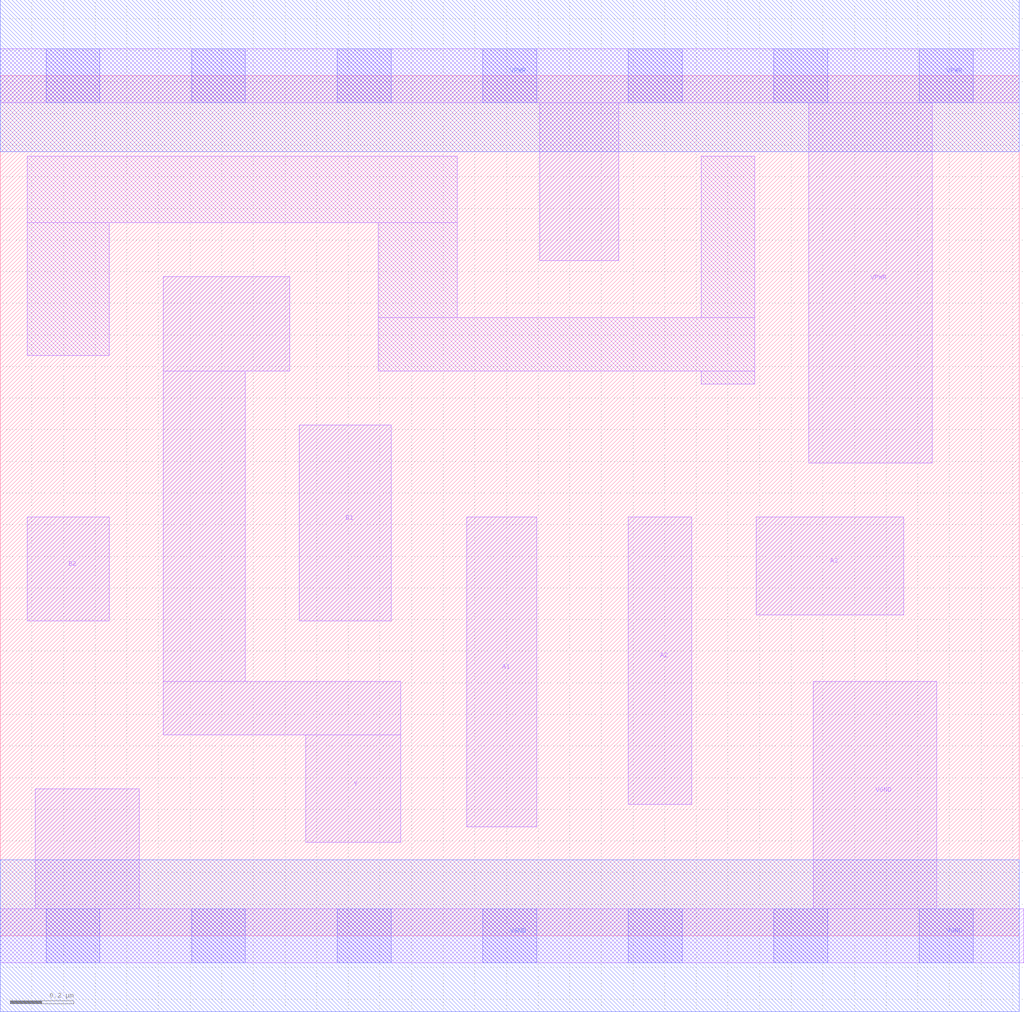
<source format=lef>
# Copyright 2020 The SkyWater PDK Authors
#
# Licensed under the Apache License, Version 2.0 (the "License");
# you may not use this file except in compliance with the License.
# You may obtain a copy of the License at
#
#     https://www.apache.org/licenses/LICENSE-2.0
#
# Unless required by applicable law or agreed to in writing, software
# distributed under the License is distributed on an "AS IS" BASIS,
# WITHOUT WARRANTIES OR CONDITIONS OF ANY KIND, either express or implied.
# See the License for the specific language governing permissions and
# limitations under the License.
#
# SPDX-License-Identifier: Apache-2.0

VERSION 5.7 ;
  NAMESCASESENSITIVE ON ;
  NOWIREEXTENSIONATPIN ON ;
  DIVIDERCHAR "/" ;
  BUSBITCHARS "[]" ;
UNITS
  DATABASE MICRONS 200 ;
END UNITS
PROPERTYDEFINITIONS
  MACRO maskLayoutSubType STRING ;
  MACRO prCellType STRING ;
  MACRO originalViewName STRING ;
END PROPERTYDEFINITIONS
MACRO sky130_fd_sc_hdll__a32oi_1
  CLASS CORE ;
  FOREIGN sky130_fd_sc_hdll__a32oi_1 ;
  ORIGIN  0.000000  0.000000 ;
  SIZE  3.220000 BY  2.720000 ;
  SYMMETRY X Y R90 ;
  SITE unithd ;
  PIN A1
    ANTENNAGATEAREA  0.277500 ;
    DIRECTION INPUT ;
    USE SIGNAL ;
    PORT
      LAYER li1 ;
        RECT 1.475000 0.345000 1.695000 1.325000 ;
    END
  END A1
  PIN A2
    ANTENNAGATEAREA  0.277500 ;
    DIRECTION INPUT ;
    USE SIGNAL ;
    PORT
      LAYER li1 ;
        RECT 1.985000 0.415000 2.185000 1.325000 ;
    END
  END A2
  PIN A3
    ANTENNAGATEAREA  0.277500 ;
    DIRECTION INPUT ;
    USE SIGNAL ;
    PORT
      LAYER li1 ;
        RECT 2.390000 1.015000 2.855000 1.325000 ;
    END
  END A3
  PIN B1
    ANTENNAGATEAREA  0.277500 ;
    DIRECTION INPUT ;
    USE SIGNAL ;
    PORT
      LAYER li1 ;
        RECT 0.945000 0.995000 1.235000 1.615000 ;
    END
  END B1
  PIN B2
    ANTENNAGATEAREA  0.277500 ;
    DIRECTION INPUT ;
    USE SIGNAL ;
    PORT
      LAYER li1 ;
        RECT 0.085000 0.995000 0.345000 1.325000 ;
    END
  END B2
  PIN Y
    ANTENNADIFFAREA  0.634500 ;
    DIRECTION OUTPUT ;
    USE SIGNAL ;
    PORT
      LAYER li1 ;
        RECT 0.515000 0.635000 1.265000 0.805000 ;
        RECT 0.515000 0.805000 0.775000 1.785000 ;
        RECT 0.515000 1.785000 0.915000 2.085000 ;
        RECT 0.965000 0.295000 1.265000 0.635000 ;
    END
  END Y
  PIN VGND
    DIRECTION INOUT ;
    USE GROUND ;
    PORT
      LAYER li1 ;
        RECT 0.000000 -0.085000 3.235000 0.085000 ;
        RECT 0.110000  0.085000 0.440000 0.465000 ;
        RECT 2.570000  0.085000 2.960000 0.805000 ;
      LAYER mcon ;
        RECT 0.145000 -0.085000 0.315000 0.085000 ;
        RECT 0.605000 -0.085000 0.775000 0.085000 ;
        RECT 1.065000 -0.085000 1.235000 0.085000 ;
        RECT 1.525000 -0.085000 1.695000 0.085000 ;
        RECT 1.985000 -0.085000 2.155000 0.085000 ;
        RECT 2.445000 -0.085000 2.615000 0.085000 ;
        RECT 2.905000 -0.085000 3.075000 0.085000 ;
      LAYER met1 ;
        RECT 0.000000 -0.240000 3.220000 0.240000 ;
    END
  END VGND
  PIN VPWR
    DIRECTION INOUT ;
    USE POWER ;
    PORT
      LAYER li1 ;
        RECT 0.000000 2.635000 3.220000 2.805000 ;
        RECT 1.705000 2.135000 1.955000 2.635000 ;
        RECT 2.555000 1.495000 2.945000 2.635000 ;
      LAYER mcon ;
        RECT 0.145000 2.635000 0.315000 2.805000 ;
        RECT 0.605000 2.635000 0.775000 2.805000 ;
        RECT 1.065000 2.635000 1.235000 2.805000 ;
        RECT 1.525000 2.635000 1.695000 2.805000 ;
        RECT 1.985000 2.635000 2.155000 2.805000 ;
        RECT 2.445000 2.635000 2.615000 2.805000 ;
        RECT 2.905000 2.635000 3.075000 2.805000 ;
      LAYER met1 ;
        RECT 0.000000 2.480000 3.220000 2.960000 ;
    END
  END VPWR
  OBS
    LAYER li1 ;
      RECT 0.085000 1.835000 0.345000 2.255000 ;
      RECT 0.085000 2.255000 1.445000 2.465000 ;
      RECT 1.195000 1.785000 2.385000 1.955000 ;
      RECT 1.195000 1.955000 1.445000 2.255000 ;
      RECT 2.215000 1.745000 2.385000 1.785000 ;
      RECT 2.215000 1.955000 2.385000 2.465000 ;
  END
  PROPERTY maskLayoutSubType "abstract" ;
  PROPERTY prCellType "standard" ;
  PROPERTY originalViewName "layout" ;
END sky130_fd_sc_hdll__a32oi_1

</source>
